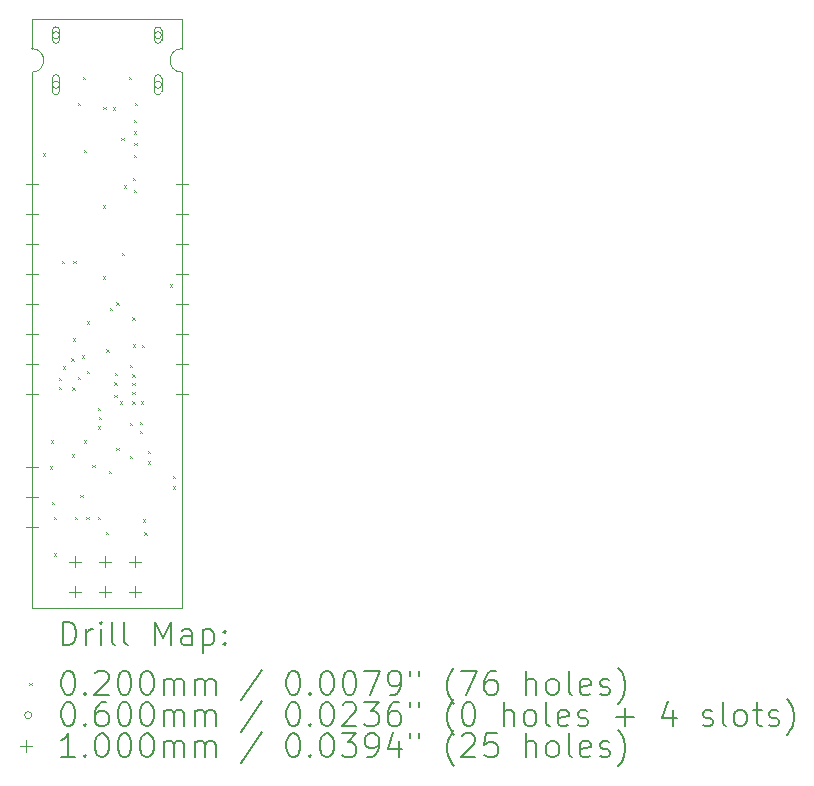
<source format=gbr>
%TF.GenerationSoftware,KiCad,Pcbnew,8.0.5-8.0.5-0~ubuntu24.04.1*%
%TF.CreationDate,2024-10-10T17:44:52+02:00*%
%TF.ProjectId,epi_ESP32_PD,6570695f-4553-4503-9332-5f50442e6b69,1_1*%
%TF.SameCoordinates,Original*%
%TF.FileFunction,Drillmap*%
%TF.FilePolarity,Positive*%
%FSLAX45Y45*%
G04 Gerber Fmt 4.5, Leading zero omitted, Abs format (unit mm)*
G04 Created by KiCad (PCBNEW 8.0.5-8.0.5-0~ubuntu24.04.1) date 2024-10-10 17:44:52*
%MOMM*%
%LPD*%
G01*
G04 APERTURE LIST*
%ADD10C,0.010000*%
%ADD11C,0.200000*%
%ADD12C,0.100000*%
G04 APERTURE END LIST*
D10*
X9789000Y-3390000D02*
X9789000Y-3643312D01*
X9789504Y-8382000D02*
X11060000Y-8382000D01*
X11059000Y-3843312D02*
G75*
G02*
X11059000Y-3643307I0J100003D01*
G01*
X9789000Y-3643312D02*
G75*
G02*
X9789000Y-3843307I0J-99998D01*
G01*
X9789000Y-3390000D02*
X11059000Y-3390000D01*
X11060000Y-8382000D02*
X11059000Y-3843312D01*
X9789000Y-3843312D02*
X9789504Y-8382000D01*
X11059000Y-3390000D02*
X11059000Y-3643312D01*
D11*
D12*
X9880000Y-4530000D02*
X9900000Y-4550000D01*
X9900000Y-4530000D02*
X9880000Y-4550000D01*
X9938584Y-7181416D02*
X9958584Y-7201416D01*
X9958584Y-7181416D02*
X9938584Y-7201416D01*
X9950000Y-6960000D02*
X9970000Y-6980000D01*
X9970000Y-6960000D02*
X9950000Y-6980000D01*
X9960000Y-7480000D02*
X9980000Y-7500000D01*
X9980000Y-7480000D02*
X9960000Y-7500000D01*
X9975754Y-7610051D02*
X9995754Y-7630051D01*
X9995754Y-7610051D02*
X9975754Y-7630051D01*
X9975754Y-7917836D02*
X9995754Y-7937836D01*
X9995754Y-7917836D02*
X9975754Y-7937836D01*
X10017989Y-6507989D02*
X10037989Y-6527989D01*
X10037989Y-6507989D02*
X10017989Y-6527989D01*
X10018228Y-6428919D02*
X10038228Y-6448919D01*
X10038228Y-6428919D02*
X10018228Y-6448919D01*
X10040000Y-5440000D02*
X10060000Y-5460000D01*
X10060000Y-5440000D02*
X10040000Y-5460000D01*
X10052777Y-6333329D02*
X10072777Y-6353329D01*
X10072777Y-6333329D02*
X10052777Y-6353329D01*
X10121685Y-6264421D02*
X10141685Y-6284421D01*
X10141685Y-6264421D02*
X10121685Y-6284421D01*
X10130000Y-7080000D02*
X10150000Y-7100000D01*
X10150000Y-7080000D02*
X10130000Y-7100000D01*
X10132289Y-6510000D02*
X10152289Y-6530000D01*
X10152289Y-6510000D02*
X10132289Y-6530000D01*
X10134972Y-6097000D02*
X10154972Y-6117000D01*
X10154972Y-6097000D02*
X10134972Y-6117000D01*
X10140000Y-5440000D02*
X10160000Y-5460000D01*
X10160000Y-5440000D02*
X10140000Y-5460000D01*
X10155000Y-7610000D02*
X10175000Y-7630000D01*
X10175000Y-7610000D02*
X10155000Y-7630000D01*
X10180000Y-4100000D02*
X10200000Y-4120000D01*
X10200000Y-4100000D02*
X10180000Y-4120000D01*
X10180000Y-6420000D02*
X10200000Y-6440000D01*
X10200000Y-6420000D02*
X10180000Y-6440000D01*
X10198000Y-7420000D02*
X10218000Y-7440000D01*
X10218000Y-7420000D02*
X10198000Y-7440000D01*
X10210000Y-6240000D02*
X10230000Y-6260000D01*
X10230000Y-6240000D02*
X10210000Y-6260000D01*
X10220000Y-3880000D02*
X10240000Y-3900000D01*
X10240000Y-3880000D02*
X10220000Y-3900000D01*
X10227500Y-4500000D02*
X10247500Y-4520000D01*
X10247500Y-4500000D02*
X10227500Y-4520000D01*
X10230000Y-6960000D02*
X10250000Y-6980000D01*
X10250000Y-6960000D02*
X10230000Y-6980000D01*
X10250000Y-7610000D02*
X10270000Y-7630000D01*
X10270000Y-7610000D02*
X10250000Y-7630000D01*
X10255094Y-6372974D02*
X10275094Y-6392974D01*
X10275094Y-6372974D02*
X10255094Y-6392974D01*
X10256713Y-5953218D02*
X10276713Y-5973218D01*
X10276713Y-5953218D02*
X10256713Y-5973218D01*
X10300000Y-7170000D02*
X10320000Y-7190000D01*
X10320000Y-7170000D02*
X10300000Y-7190000D01*
X10345000Y-7610000D02*
X10365000Y-7630000D01*
X10365000Y-7610000D02*
X10345000Y-7630000D01*
X10349804Y-6686253D02*
X10369804Y-6706253D01*
X10369804Y-6686253D02*
X10349804Y-6706253D01*
X10350000Y-6840000D02*
X10370000Y-6860000D01*
X10370000Y-6840000D02*
X10350000Y-6860000D01*
X10353717Y-6761151D02*
X10373717Y-6781151D01*
X10373717Y-6761151D02*
X10353717Y-6781151D01*
X10390000Y-5570000D02*
X10410000Y-5590000D01*
X10410000Y-5570000D02*
X10390000Y-5590000D01*
X10390092Y-4970000D02*
X10410092Y-4990000D01*
X10410092Y-4970000D02*
X10390092Y-4990000D01*
X10392977Y-4136973D02*
X10412977Y-4156973D01*
X10412977Y-4136973D02*
X10392977Y-4156973D01*
X10416277Y-7736277D02*
X10436277Y-7756277D01*
X10436277Y-7736277D02*
X10416277Y-7756277D01*
X10420000Y-6190000D02*
X10440000Y-6210000D01*
X10440000Y-6190000D02*
X10420000Y-6210000D01*
X10440000Y-7220000D02*
X10460000Y-7240000D01*
X10460000Y-7220000D02*
X10440000Y-7240000D01*
X10448176Y-5840721D02*
X10468176Y-5860721D01*
X10468176Y-5840721D02*
X10448176Y-5860721D01*
X10476479Y-4139158D02*
X10496479Y-4159158D01*
X10496479Y-4139158D02*
X10476479Y-4159158D01*
X10487466Y-6572826D02*
X10507466Y-6592826D01*
X10507466Y-6572826D02*
X10487466Y-6592826D01*
X10488038Y-6469826D02*
X10508038Y-6489826D01*
X10508038Y-6469826D02*
X10488038Y-6489826D01*
X10489084Y-6389084D02*
X10509084Y-6409084D01*
X10509084Y-6389084D02*
X10489084Y-6409084D01*
X10503303Y-7023450D02*
X10523303Y-7043450D01*
X10523303Y-7023450D02*
X10503303Y-7043450D01*
X10505092Y-5791878D02*
X10525092Y-5811878D01*
X10525092Y-5791878D02*
X10505092Y-5811878D01*
X10535260Y-6630626D02*
X10555260Y-6650626D01*
X10555260Y-6630626D02*
X10535260Y-6650626D01*
X10545092Y-4400000D02*
X10565092Y-4420000D01*
X10565092Y-4400000D02*
X10545092Y-4420000D01*
X10552500Y-5370000D02*
X10572500Y-5390000D01*
X10572500Y-5370000D02*
X10552500Y-5390000D01*
X10570000Y-4800000D02*
X10590000Y-4820000D01*
X10590000Y-4800000D02*
X10570000Y-4820000D01*
X10610000Y-3880000D02*
X10630000Y-3900000D01*
X10630000Y-3880000D02*
X10610000Y-3900000D01*
X10618298Y-6810000D02*
X10638298Y-6830000D01*
X10638298Y-6810000D02*
X10618298Y-6830000D01*
X10618988Y-6318750D02*
X10638988Y-6338750D01*
X10638988Y-6318750D02*
X10618988Y-6338750D01*
X10620000Y-7090000D02*
X10640000Y-7110000D01*
X10640000Y-7090000D02*
X10620000Y-7110000D01*
X10638260Y-6630000D02*
X10658260Y-6650000D01*
X10658260Y-6630000D02*
X10638260Y-6650000D01*
X10640000Y-5920000D02*
X10660000Y-5940000D01*
X10660000Y-5920000D02*
X10640000Y-5940000D01*
X10640000Y-6400000D02*
X10660000Y-6420000D01*
X10660000Y-6400000D02*
X10640000Y-6420000D01*
X10640000Y-6473750D02*
X10660000Y-6493750D01*
X10660000Y-6473750D02*
X10640000Y-6493750D01*
X10640000Y-6550000D02*
X10660000Y-6570000D01*
X10660000Y-6550000D02*
X10640000Y-6570000D01*
X10645290Y-6147136D02*
X10665290Y-6167136D01*
X10665290Y-6147136D02*
X10645290Y-6167136D01*
X10645468Y-4738865D02*
X10665468Y-4758865D01*
X10665468Y-4738865D02*
X10645468Y-4758865D01*
X10650000Y-4840000D02*
X10670000Y-4860000D01*
X10670000Y-4840000D02*
X10650000Y-4860000D01*
X10651895Y-4244185D02*
X10671895Y-4264185D01*
X10671895Y-4244185D02*
X10651895Y-4264185D01*
X10653050Y-4342942D02*
X10673050Y-4362942D01*
X10673050Y-4342942D02*
X10653050Y-4362942D01*
X10654158Y-4541832D02*
X10674158Y-4561832D01*
X10674158Y-4541832D02*
X10654158Y-4561832D01*
X10655479Y-4440606D02*
X10675479Y-4460606D01*
X10675479Y-4440606D02*
X10655479Y-4460606D01*
X10660000Y-4100000D02*
X10680000Y-4120000D01*
X10680000Y-4100000D02*
X10660000Y-4120000D01*
X10700711Y-6805634D02*
X10720711Y-6825634D01*
X10720711Y-6805634D02*
X10700711Y-6825634D01*
X10701725Y-6880690D02*
X10721725Y-6900690D01*
X10721725Y-6880690D02*
X10701725Y-6900690D01*
X10713260Y-6630000D02*
X10733260Y-6650000D01*
X10733260Y-6630000D02*
X10713260Y-6650000D01*
X10720235Y-6150030D02*
X10740235Y-6170030D01*
X10740235Y-6150030D02*
X10720235Y-6170030D01*
X10730000Y-7630000D02*
X10750000Y-7650000D01*
X10750000Y-7630000D02*
X10730000Y-7650000D01*
X10740000Y-7737500D02*
X10760000Y-7757500D01*
X10760000Y-7737500D02*
X10740000Y-7757500D01*
X10770000Y-7048750D02*
X10790000Y-7068750D01*
X10790000Y-7048750D02*
X10770000Y-7068750D01*
X10770000Y-7138750D02*
X10790000Y-7158750D01*
X10790000Y-7138750D02*
X10770000Y-7158750D01*
X10958584Y-5638584D02*
X10978584Y-5658584D01*
X10978584Y-5638584D02*
X10958584Y-5658584D01*
X10980000Y-7260000D02*
X11000000Y-7280000D01*
X11000000Y-7260000D02*
X10980000Y-7280000D01*
X10980000Y-7350000D02*
X11000000Y-7370000D01*
X11000000Y-7350000D02*
X10980000Y-7370000D01*
X10023000Y-3529000D02*
G75*
G02*
X9963000Y-3529000I-30000J0D01*
G01*
X9963000Y-3529000D02*
G75*
G02*
X10023000Y-3529000I30000J0D01*
G01*
X10023000Y-3569000D02*
X10023000Y-3489000D01*
X9963000Y-3489000D02*
G75*
G02*
X10023000Y-3489000I30000J0D01*
G01*
X9963000Y-3489000D02*
X9963000Y-3569000D01*
X9963000Y-3569000D02*
G75*
G03*
X10023000Y-3569000I30000J0D01*
G01*
X10023000Y-3949000D02*
G75*
G02*
X9963000Y-3949000I-30000J0D01*
G01*
X9963000Y-3949000D02*
G75*
G02*
X10023000Y-3949000I30000J0D01*
G01*
X10023000Y-4004000D02*
X10023000Y-3894000D01*
X9963000Y-3894000D02*
G75*
G02*
X10023000Y-3894000I30000J0D01*
G01*
X9963000Y-3894000D02*
X9963000Y-4004000D01*
X9963000Y-4004000D02*
G75*
G03*
X10023000Y-4004000I30000J0D01*
G01*
X10887000Y-3529000D02*
G75*
G02*
X10827000Y-3529000I-30000J0D01*
G01*
X10827000Y-3529000D02*
G75*
G02*
X10887000Y-3529000I30000J0D01*
G01*
X10887000Y-3569000D02*
X10887000Y-3489000D01*
X10827000Y-3489000D02*
G75*
G02*
X10887000Y-3489000I30000J0D01*
G01*
X10827000Y-3489000D02*
X10827000Y-3569000D01*
X10827000Y-3569000D02*
G75*
G03*
X10887000Y-3569000I30000J0D01*
G01*
X10887000Y-3949000D02*
G75*
G02*
X10827000Y-3949000I-30000J0D01*
G01*
X10827000Y-3949000D02*
G75*
G02*
X10887000Y-3949000I30000J0D01*
G01*
X10887000Y-4004000D02*
X10887000Y-3894000D01*
X10827000Y-3894000D02*
G75*
G02*
X10887000Y-3894000I30000J0D01*
G01*
X10827000Y-3894000D02*
X10827000Y-4004000D01*
X10827000Y-4004000D02*
G75*
G03*
X10887000Y-4004000I30000J0D01*
G01*
X9790000Y-4741000D02*
X9790000Y-4841000D01*
X9740000Y-4791000D02*
X9840000Y-4791000D01*
X9790000Y-4995000D02*
X9790000Y-5095000D01*
X9740000Y-5045000D02*
X9840000Y-5045000D01*
X9790000Y-5249000D02*
X9790000Y-5349000D01*
X9740000Y-5299000D02*
X9840000Y-5299000D01*
X9790000Y-5503000D02*
X9790000Y-5603000D01*
X9740000Y-5553000D02*
X9840000Y-5553000D01*
X9790000Y-5757000D02*
X9790000Y-5857000D01*
X9740000Y-5807000D02*
X9840000Y-5807000D01*
X9790000Y-6011000D02*
X9790000Y-6111000D01*
X9740000Y-6061000D02*
X9840000Y-6061000D01*
X9790000Y-6265000D02*
X9790000Y-6365000D01*
X9740000Y-6315000D02*
X9840000Y-6315000D01*
X9790000Y-6519000D02*
X9790000Y-6619000D01*
X9740000Y-6569000D02*
X9840000Y-6569000D01*
X9790000Y-7136000D02*
X9790000Y-7236000D01*
X9740000Y-7186000D02*
X9840000Y-7186000D01*
X9790000Y-7390000D02*
X9790000Y-7490000D01*
X9740000Y-7440000D02*
X9840000Y-7440000D01*
X9790000Y-7644000D02*
X9790000Y-7744000D01*
X9740000Y-7694000D02*
X9840000Y-7694000D01*
X10156000Y-7936000D02*
X10156000Y-8036000D01*
X10106000Y-7986000D02*
X10206000Y-7986000D01*
X10156000Y-8190000D02*
X10156000Y-8290000D01*
X10106000Y-8240000D02*
X10206000Y-8240000D01*
X10410000Y-7936000D02*
X10410000Y-8036000D01*
X10360000Y-7986000D02*
X10460000Y-7986000D01*
X10410000Y-8190000D02*
X10410000Y-8290000D01*
X10360000Y-8240000D02*
X10460000Y-8240000D01*
X10664000Y-7936000D02*
X10664000Y-8036000D01*
X10614000Y-7986000D02*
X10714000Y-7986000D01*
X10664000Y-8190000D02*
X10664000Y-8290000D01*
X10614000Y-8240000D02*
X10714000Y-8240000D01*
X11060000Y-4741000D02*
X11060000Y-4841000D01*
X11010000Y-4791000D02*
X11110000Y-4791000D01*
X11060000Y-4995000D02*
X11060000Y-5095000D01*
X11010000Y-5045000D02*
X11110000Y-5045000D01*
X11060000Y-5249000D02*
X11060000Y-5349000D01*
X11010000Y-5299000D02*
X11110000Y-5299000D01*
X11060000Y-5503000D02*
X11060000Y-5603000D01*
X11010000Y-5553000D02*
X11110000Y-5553000D01*
X11060000Y-5757000D02*
X11060000Y-5857000D01*
X11010000Y-5807000D02*
X11110000Y-5807000D01*
X11060000Y-6011000D02*
X11060000Y-6111000D01*
X11010000Y-6061000D02*
X11110000Y-6061000D01*
X11060000Y-6265000D02*
X11060000Y-6365000D01*
X11010000Y-6315000D02*
X11110000Y-6315000D01*
X11060000Y-6519000D02*
X11060000Y-6619000D01*
X11010000Y-6569000D02*
X11110000Y-6569000D01*
D11*
X10049277Y-8693984D02*
X10049277Y-8493984D01*
X10049277Y-8493984D02*
X10096896Y-8493984D01*
X10096896Y-8493984D02*
X10125467Y-8503508D01*
X10125467Y-8503508D02*
X10144515Y-8522555D01*
X10144515Y-8522555D02*
X10154039Y-8541603D01*
X10154039Y-8541603D02*
X10163563Y-8579698D01*
X10163563Y-8579698D02*
X10163563Y-8608270D01*
X10163563Y-8608270D02*
X10154039Y-8646365D01*
X10154039Y-8646365D02*
X10144515Y-8665412D01*
X10144515Y-8665412D02*
X10125467Y-8684460D01*
X10125467Y-8684460D02*
X10096896Y-8693984D01*
X10096896Y-8693984D02*
X10049277Y-8693984D01*
X10249277Y-8693984D02*
X10249277Y-8560650D01*
X10249277Y-8598746D02*
X10258801Y-8579698D01*
X10258801Y-8579698D02*
X10268324Y-8570174D01*
X10268324Y-8570174D02*
X10287372Y-8560650D01*
X10287372Y-8560650D02*
X10306420Y-8560650D01*
X10373086Y-8693984D02*
X10373086Y-8560650D01*
X10373086Y-8493984D02*
X10363563Y-8503508D01*
X10363563Y-8503508D02*
X10373086Y-8513031D01*
X10373086Y-8513031D02*
X10382610Y-8503508D01*
X10382610Y-8503508D02*
X10373086Y-8493984D01*
X10373086Y-8493984D02*
X10373086Y-8513031D01*
X10496896Y-8693984D02*
X10477848Y-8684460D01*
X10477848Y-8684460D02*
X10468324Y-8665412D01*
X10468324Y-8665412D02*
X10468324Y-8493984D01*
X10601658Y-8693984D02*
X10582610Y-8684460D01*
X10582610Y-8684460D02*
X10573086Y-8665412D01*
X10573086Y-8665412D02*
X10573086Y-8493984D01*
X10830229Y-8693984D02*
X10830229Y-8493984D01*
X10830229Y-8493984D02*
X10896896Y-8636841D01*
X10896896Y-8636841D02*
X10963563Y-8493984D01*
X10963563Y-8493984D02*
X10963563Y-8693984D01*
X11144515Y-8693984D02*
X11144515Y-8589222D01*
X11144515Y-8589222D02*
X11134991Y-8570174D01*
X11134991Y-8570174D02*
X11115944Y-8560650D01*
X11115944Y-8560650D02*
X11077848Y-8560650D01*
X11077848Y-8560650D02*
X11058801Y-8570174D01*
X11144515Y-8684460D02*
X11125467Y-8693984D01*
X11125467Y-8693984D02*
X11077848Y-8693984D01*
X11077848Y-8693984D02*
X11058801Y-8684460D01*
X11058801Y-8684460D02*
X11049277Y-8665412D01*
X11049277Y-8665412D02*
X11049277Y-8646365D01*
X11049277Y-8646365D02*
X11058801Y-8627317D01*
X11058801Y-8627317D02*
X11077848Y-8617793D01*
X11077848Y-8617793D02*
X11125467Y-8617793D01*
X11125467Y-8617793D02*
X11144515Y-8608270D01*
X11239753Y-8560650D02*
X11239753Y-8760650D01*
X11239753Y-8570174D02*
X11258801Y-8560650D01*
X11258801Y-8560650D02*
X11296896Y-8560650D01*
X11296896Y-8560650D02*
X11315943Y-8570174D01*
X11315943Y-8570174D02*
X11325467Y-8579698D01*
X11325467Y-8579698D02*
X11334991Y-8598746D01*
X11334991Y-8598746D02*
X11334991Y-8655889D01*
X11334991Y-8655889D02*
X11325467Y-8674936D01*
X11325467Y-8674936D02*
X11315943Y-8684460D01*
X11315943Y-8684460D02*
X11296896Y-8693984D01*
X11296896Y-8693984D02*
X11258801Y-8693984D01*
X11258801Y-8693984D02*
X11239753Y-8684460D01*
X11420705Y-8674936D02*
X11430229Y-8684460D01*
X11430229Y-8684460D02*
X11420705Y-8693984D01*
X11420705Y-8693984D02*
X11411182Y-8684460D01*
X11411182Y-8684460D02*
X11420705Y-8674936D01*
X11420705Y-8674936D02*
X11420705Y-8693984D01*
X11420705Y-8570174D02*
X11430229Y-8579698D01*
X11430229Y-8579698D02*
X11420705Y-8589222D01*
X11420705Y-8589222D02*
X11411182Y-8579698D01*
X11411182Y-8579698D02*
X11420705Y-8570174D01*
X11420705Y-8570174D02*
X11420705Y-8589222D01*
D12*
X9768500Y-9012500D02*
X9788500Y-9032500D01*
X9788500Y-9012500D02*
X9768500Y-9032500D01*
D11*
X10087372Y-8913984D02*
X10106420Y-8913984D01*
X10106420Y-8913984D02*
X10125467Y-8923508D01*
X10125467Y-8923508D02*
X10134991Y-8933031D01*
X10134991Y-8933031D02*
X10144515Y-8952079D01*
X10144515Y-8952079D02*
X10154039Y-8990174D01*
X10154039Y-8990174D02*
X10154039Y-9037793D01*
X10154039Y-9037793D02*
X10144515Y-9075889D01*
X10144515Y-9075889D02*
X10134991Y-9094936D01*
X10134991Y-9094936D02*
X10125467Y-9104460D01*
X10125467Y-9104460D02*
X10106420Y-9113984D01*
X10106420Y-9113984D02*
X10087372Y-9113984D01*
X10087372Y-9113984D02*
X10068324Y-9104460D01*
X10068324Y-9104460D02*
X10058801Y-9094936D01*
X10058801Y-9094936D02*
X10049277Y-9075889D01*
X10049277Y-9075889D02*
X10039753Y-9037793D01*
X10039753Y-9037793D02*
X10039753Y-8990174D01*
X10039753Y-8990174D02*
X10049277Y-8952079D01*
X10049277Y-8952079D02*
X10058801Y-8933031D01*
X10058801Y-8933031D02*
X10068324Y-8923508D01*
X10068324Y-8923508D02*
X10087372Y-8913984D01*
X10239753Y-9094936D02*
X10249277Y-9104460D01*
X10249277Y-9104460D02*
X10239753Y-9113984D01*
X10239753Y-9113984D02*
X10230229Y-9104460D01*
X10230229Y-9104460D02*
X10239753Y-9094936D01*
X10239753Y-9094936D02*
X10239753Y-9113984D01*
X10325467Y-8933031D02*
X10334991Y-8923508D01*
X10334991Y-8923508D02*
X10354039Y-8913984D01*
X10354039Y-8913984D02*
X10401658Y-8913984D01*
X10401658Y-8913984D02*
X10420705Y-8923508D01*
X10420705Y-8923508D02*
X10430229Y-8933031D01*
X10430229Y-8933031D02*
X10439753Y-8952079D01*
X10439753Y-8952079D02*
X10439753Y-8971127D01*
X10439753Y-8971127D02*
X10430229Y-8999698D01*
X10430229Y-8999698D02*
X10315944Y-9113984D01*
X10315944Y-9113984D02*
X10439753Y-9113984D01*
X10563563Y-8913984D02*
X10582610Y-8913984D01*
X10582610Y-8913984D02*
X10601658Y-8923508D01*
X10601658Y-8923508D02*
X10611182Y-8933031D01*
X10611182Y-8933031D02*
X10620705Y-8952079D01*
X10620705Y-8952079D02*
X10630229Y-8990174D01*
X10630229Y-8990174D02*
X10630229Y-9037793D01*
X10630229Y-9037793D02*
X10620705Y-9075889D01*
X10620705Y-9075889D02*
X10611182Y-9094936D01*
X10611182Y-9094936D02*
X10601658Y-9104460D01*
X10601658Y-9104460D02*
X10582610Y-9113984D01*
X10582610Y-9113984D02*
X10563563Y-9113984D01*
X10563563Y-9113984D02*
X10544515Y-9104460D01*
X10544515Y-9104460D02*
X10534991Y-9094936D01*
X10534991Y-9094936D02*
X10525467Y-9075889D01*
X10525467Y-9075889D02*
X10515944Y-9037793D01*
X10515944Y-9037793D02*
X10515944Y-8990174D01*
X10515944Y-8990174D02*
X10525467Y-8952079D01*
X10525467Y-8952079D02*
X10534991Y-8933031D01*
X10534991Y-8933031D02*
X10544515Y-8923508D01*
X10544515Y-8923508D02*
X10563563Y-8913984D01*
X10754039Y-8913984D02*
X10773086Y-8913984D01*
X10773086Y-8913984D02*
X10792134Y-8923508D01*
X10792134Y-8923508D02*
X10801658Y-8933031D01*
X10801658Y-8933031D02*
X10811182Y-8952079D01*
X10811182Y-8952079D02*
X10820705Y-8990174D01*
X10820705Y-8990174D02*
X10820705Y-9037793D01*
X10820705Y-9037793D02*
X10811182Y-9075889D01*
X10811182Y-9075889D02*
X10801658Y-9094936D01*
X10801658Y-9094936D02*
X10792134Y-9104460D01*
X10792134Y-9104460D02*
X10773086Y-9113984D01*
X10773086Y-9113984D02*
X10754039Y-9113984D01*
X10754039Y-9113984D02*
X10734991Y-9104460D01*
X10734991Y-9104460D02*
X10725467Y-9094936D01*
X10725467Y-9094936D02*
X10715944Y-9075889D01*
X10715944Y-9075889D02*
X10706420Y-9037793D01*
X10706420Y-9037793D02*
X10706420Y-8990174D01*
X10706420Y-8990174D02*
X10715944Y-8952079D01*
X10715944Y-8952079D02*
X10725467Y-8933031D01*
X10725467Y-8933031D02*
X10734991Y-8923508D01*
X10734991Y-8923508D02*
X10754039Y-8913984D01*
X10906420Y-9113984D02*
X10906420Y-8980650D01*
X10906420Y-8999698D02*
X10915944Y-8990174D01*
X10915944Y-8990174D02*
X10934991Y-8980650D01*
X10934991Y-8980650D02*
X10963563Y-8980650D01*
X10963563Y-8980650D02*
X10982610Y-8990174D01*
X10982610Y-8990174D02*
X10992134Y-9009222D01*
X10992134Y-9009222D02*
X10992134Y-9113984D01*
X10992134Y-9009222D02*
X11001658Y-8990174D01*
X11001658Y-8990174D02*
X11020705Y-8980650D01*
X11020705Y-8980650D02*
X11049277Y-8980650D01*
X11049277Y-8980650D02*
X11068325Y-8990174D01*
X11068325Y-8990174D02*
X11077848Y-9009222D01*
X11077848Y-9009222D02*
X11077848Y-9113984D01*
X11173086Y-9113984D02*
X11173086Y-8980650D01*
X11173086Y-8999698D02*
X11182610Y-8990174D01*
X11182610Y-8990174D02*
X11201658Y-8980650D01*
X11201658Y-8980650D02*
X11230229Y-8980650D01*
X11230229Y-8980650D02*
X11249277Y-8990174D01*
X11249277Y-8990174D02*
X11258801Y-9009222D01*
X11258801Y-9009222D02*
X11258801Y-9113984D01*
X11258801Y-9009222D02*
X11268324Y-8990174D01*
X11268324Y-8990174D02*
X11287372Y-8980650D01*
X11287372Y-8980650D02*
X11315943Y-8980650D01*
X11315943Y-8980650D02*
X11334991Y-8990174D01*
X11334991Y-8990174D02*
X11344515Y-9009222D01*
X11344515Y-9009222D02*
X11344515Y-9113984D01*
X11734991Y-8904460D02*
X11563563Y-9161603D01*
X11992134Y-8913984D02*
X12011182Y-8913984D01*
X12011182Y-8913984D02*
X12030229Y-8923508D01*
X12030229Y-8923508D02*
X12039753Y-8933031D01*
X12039753Y-8933031D02*
X12049277Y-8952079D01*
X12049277Y-8952079D02*
X12058801Y-8990174D01*
X12058801Y-8990174D02*
X12058801Y-9037793D01*
X12058801Y-9037793D02*
X12049277Y-9075889D01*
X12049277Y-9075889D02*
X12039753Y-9094936D01*
X12039753Y-9094936D02*
X12030229Y-9104460D01*
X12030229Y-9104460D02*
X12011182Y-9113984D01*
X12011182Y-9113984D02*
X11992134Y-9113984D01*
X11992134Y-9113984D02*
X11973086Y-9104460D01*
X11973086Y-9104460D02*
X11963563Y-9094936D01*
X11963563Y-9094936D02*
X11954039Y-9075889D01*
X11954039Y-9075889D02*
X11944515Y-9037793D01*
X11944515Y-9037793D02*
X11944515Y-8990174D01*
X11944515Y-8990174D02*
X11954039Y-8952079D01*
X11954039Y-8952079D02*
X11963563Y-8933031D01*
X11963563Y-8933031D02*
X11973086Y-8923508D01*
X11973086Y-8923508D02*
X11992134Y-8913984D01*
X12144515Y-9094936D02*
X12154039Y-9104460D01*
X12154039Y-9104460D02*
X12144515Y-9113984D01*
X12144515Y-9113984D02*
X12134991Y-9104460D01*
X12134991Y-9104460D02*
X12144515Y-9094936D01*
X12144515Y-9094936D02*
X12144515Y-9113984D01*
X12277848Y-8913984D02*
X12296896Y-8913984D01*
X12296896Y-8913984D02*
X12315944Y-8923508D01*
X12315944Y-8923508D02*
X12325467Y-8933031D01*
X12325467Y-8933031D02*
X12334991Y-8952079D01*
X12334991Y-8952079D02*
X12344515Y-8990174D01*
X12344515Y-8990174D02*
X12344515Y-9037793D01*
X12344515Y-9037793D02*
X12334991Y-9075889D01*
X12334991Y-9075889D02*
X12325467Y-9094936D01*
X12325467Y-9094936D02*
X12315944Y-9104460D01*
X12315944Y-9104460D02*
X12296896Y-9113984D01*
X12296896Y-9113984D02*
X12277848Y-9113984D01*
X12277848Y-9113984D02*
X12258801Y-9104460D01*
X12258801Y-9104460D02*
X12249277Y-9094936D01*
X12249277Y-9094936D02*
X12239753Y-9075889D01*
X12239753Y-9075889D02*
X12230229Y-9037793D01*
X12230229Y-9037793D02*
X12230229Y-8990174D01*
X12230229Y-8990174D02*
X12239753Y-8952079D01*
X12239753Y-8952079D02*
X12249277Y-8933031D01*
X12249277Y-8933031D02*
X12258801Y-8923508D01*
X12258801Y-8923508D02*
X12277848Y-8913984D01*
X12468325Y-8913984D02*
X12487372Y-8913984D01*
X12487372Y-8913984D02*
X12506420Y-8923508D01*
X12506420Y-8923508D02*
X12515944Y-8933031D01*
X12515944Y-8933031D02*
X12525467Y-8952079D01*
X12525467Y-8952079D02*
X12534991Y-8990174D01*
X12534991Y-8990174D02*
X12534991Y-9037793D01*
X12534991Y-9037793D02*
X12525467Y-9075889D01*
X12525467Y-9075889D02*
X12515944Y-9094936D01*
X12515944Y-9094936D02*
X12506420Y-9104460D01*
X12506420Y-9104460D02*
X12487372Y-9113984D01*
X12487372Y-9113984D02*
X12468325Y-9113984D01*
X12468325Y-9113984D02*
X12449277Y-9104460D01*
X12449277Y-9104460D02*
X12439753Y-9094936D01*
X12439753Y-9094936D02*
X12430229Y-9075889D01*
X12430229Y-9075889D02*
X12420706Y-9037793D01*
X12420706Y-9037793D02*
X12420706Y-8990174D01*
X12420706Y-8990174D02*
X12430229Y-8952079D01*
X12430229Y-8952079D02*
X12439753Y-8933031D01*
X12439753Y-8933031D02*
X12449277Y-8923508D01*
X12449277Y-8923508D02*
X12468325Y-8913984D01*
X12601658Y-8913984D02*
X12734991Y-8913984D01*
X12734991Y-8913984D02*
X12649277Y-9113984D01*
X12820706Y-9113984D02*
X12858801Y-9113984D01*
X12858801Y-9113984D02*
X12877848Y-9104460D01*
X12877848Y-9104460D02*
X12887372Y-9094936D01*
X12887372Y-9094936D02*
X12906420Y-9066365D01*
X12906420Y-9066365D02*
X12915944Y-9028270D01*
X12915944Y-9028270D02*
X12915944Y-8952079D01*
X12915944Y-8952079D02*
X12906420Y-8933031D01*
X12906420Y-8933031D02*
X12896896Y-8923508D01*
X12896896Y-8923508D02*
X12877848Y-8913984D01*
X12877848Y-8913984D02*
X12839753Y-8913984D01*
X12839753Y-8913984D02*
X12820706Y-8923508D01*
X12820706Y-8923508D02*
X12811182Y-8933031D01*
X12811182Y-8933031D02*
X12801658Y-8952079D01*
X12801658Y-8952079D02*
X12801658Y-8999698D01*
X12801658Y-8999698D02*
X12811182Y-9018746D01*
X12811182Y-9018746D02*
X12820706Y-9028270D01*
X12820706Y-9028270D02*
X12839753Y-9037793D01*
X12839753Y-9037793D02*
X12877848Y-9037793D01*
X12877848Y-9037793D02*
X12896896Y-9028270D01*
X12896896Y-9028270D02*
X12906420Y-9018746D01*
X12906420Y-9018746D02*
X12915944Y-8999698D01*
X12992134Y-8913984D02*
X12992134Y-8952079D01*
X13068325Y-8913984D02*
X13068325Y-8952079D01*
X13363563Y-9190174D02*
X13354039Y-9180650D01*
X13354039Y-9180650D02*
X13334991Y-9152079D01*
X13334991Y-9152079D02*
X13325468Y-9133031D01*
X13325468Y-9133031D02*
X13315944Y-9104460D01*
X13315944Y-9104460D02*
X13306420Y-9056841D01*
X13306420Y-9056841D02*
X13306420Y-9018746D01*
X13306420Y-9018746D02*
X13315944Y-8971127D01*
X13315944Y-8971127D02*
X13325468Y-8942555D01*
X13325468Y-8942555D02*
X13334991Y-8923508D01*
X13334991Y-8923508D02*
X13354039Y-8894936D01*
X13354039Y-8894936D02*
X13363563Y-8885412D01*
X13420706Y-8913984D02*
X13554039Y-8913984D01*
X13554039Y-8913984D02*
X13468325Y-9113984D01*
X13715944Y-8913984D02*
X13677848Y-8913984D01*
X13677848Y-8913984D02*
X13658801Y-8923508D01*
X13658801Y-8923508D02*
X13649277Y-8933031D01*
X13649277Y-8933031D02*
X13630229Y-8961603D01*
X13630229Y-8961603D02*
X13620706Y-8999698D01*
X13620706Y-8999698D02*
X13620706Y-9075889D01*
X13620706Y-9075889D02*
X13630229Y-9094936D01*
X13630229Y-9094936D02*
X13639753Y-9104460D01*
X13639753Y-9104460D02*
X13658801Y-9113984D01*
X13658801Y-9113984D02*
X13696896Y-9113984D01*
X13696896Y-9113984D02*
X13715944Y-9104460D01*
X13715944Y-9104460D02*
X13725468Y-9094936D01*
X13725468Y-9094936D02*
X13734991Y-9075889D01*
X13734991Y-9075889D02*
X13734991Y-9028270D01*
X13734991Y-9028270D02*
X13725468Y-9009222D01*
X13725468Y-9009222D02*
X13715944Y-8999698D01*
X13715944Y-8999698D02*
X13696896Y-8990174D01*
X13696896Y-8990174D02*
X13658801Y-8990174D01*
X13658801Y-8990174D02*
X13639753Y-8999698D01*
X13639753Y-8999698D02*
X13630229Y-9009222D01*
X13630229Y-9009222D02*
X13620706Y-9028270D01*
X13973087Y-9113984D02*
X13973087Y-8913984D01*
X14058801Y-9113984D02*
X14058801Y-9009222D01*
X14058801Y-9009222D02*
X14049277Y-8990174D01*
X14049277Y-8990174D02*
X14030230Y-8980650D01*
X14030230Y-8980650D02*
X14001658Y-8980650D01*
X14001658Y-8980650D02*
X13982610Y-8990174D01*
X13982610Y-8990174D02*
X13973087Y-8999698D01*
X14182610Y-9113984D02*
X14163563Y-9104460D01*
X14163563Y-9104460D02*
X14154039Y-9094936D01*
X14154039Y-9094936D02*
X14144515Y-9075889D01*
X14144515Y-9075889D02*
X14144515Y-9018746D01*
X14144515Y-9018746D02*
X14154039Y-8999698D01*
X14154039Y-8999698D02*
X14163563Y-8990174D01*
X14163563Y-8990174D02*
X14182610Y-8980650D01*
X14182610Y-8980650D02*
X14211182Y-8980650D01*
X14211182Y-8980650D02*
X14230230Y-8990174D01*
X14230230Y-8990174D02*
X14239753Y-8999698D01*
X14239753Y-8999698D02*
X14249277Y-9018746D01*
X14249277Y-9018746D02*
X14249277Y-9075889D01*
X14249277Y-9075889D02*
X14239753Y-9094936D01*
X14239753Y-9094936D02*
X14230230Y-9104460D01*
X14230230Y-9104460D02*
X14211182Y-9113984D01*
X14211182Y-9113984D02*
X14182610Y-9113984D01*
X14363563Y-9113984D02*
X14344515Y-9104460D01*
X14344515Y-9104460D02*
X14334991Y-9085412D01*
X14334991Y-9085412D02*
X14334991Y-8913984D01*
X14515944Y-9104460D02*
X14496896Y-9113984D01*
X14496896Y-9113984D02*
X14458801Y-9113984D01*
X14458801Y-9113984D02*
X14439753Y-9104460D01*
X14439753Y-9104460D02*
X14430230Y-9085412D01*
X14430230Y-9085412D02*
X14430230Y-9009222D01*
X14430230Y-9009222D02*
X14439753Y-8990174D01*
X14439753Y-8990174D02*
X14458801Y-8980650D01*
X14458801Y-8980650D02*
X14496896Y-8980650D01*
X14496896Y-8980650D02*
X14515944Y-8990174D01*
X14515944Y-8990174D02*
X14525468Y-9009222D01*
X14525468Y-9009222D02*
X14525468Y-9028270D01*
X14525468Y-9028270D02*
X14430230Y-9047317D01*
X14601658Y-9104460D02*
X14620706Y-9113984D01*
X14620706Y-9113984D02*
X14658801Y-9113984D01*
X14658801Y-9113984D02*
X14677849Y-9104460D01*
X14677849Y-9104460D02*
X14687372Y-9085412D01*
X14687372Y-9085412D02*
X14687372Y-9075889D01*
X14687372Y-9075889D02*
X14677849Y-9056841D01*
X14677849Y-9056841D02*
X14658801Y-9047317D01*
X14658801Y-9047317D02*
X14630230Y-9047317D01*
X14630230Y-9047317D02*
X14611182Y-9037793D01*
X14611182Y-9037793D02*
X14601658Y-9018746D01*
X14601658Y-9018746D02*
X14601658Y-9009222D01*
X14601658Y-9009222D02*
X14611182Y-8990174D01*
X14611182Y-8990174D02*
X14630230Y-8980650D01*
X14630230Y-8980650D02*
X14658801Y-8980650D01*
X14658801Y-8980650D02*
X14677849Y-8990174D01*
X14754039Y-9190174D02*
X14763563Y-9180650D01*
X14763563Y-9180650D02*
X14782611Y-9152079D01*
X14782611Y-9152079D02*
X14792134Y-9133031D01*
X14792134Y-9133031D02*
X14801658Y-9104460D01*
X14801658Y-9104460D02*
X14811182Y-9056841D01*
X14811182Y-9056841D02*
X14811182Y-9018746D01*
X14811182Y-9018746D02*
X14801658Y-8971127D01*
X14801658Y-8971127D02*
X14792134Y-8942555D01*
X14792134Y-8942555D02*
X14782611Y-8923508D01*
X14782611Y-8923508D02*
X14763563Y-8894936D01*
X14763563Y-8894936D02*
X14754039Y-8885412D01*
D12*
X9788500Y-9286500D02*
G75*
G02*
X9728500Y-9286500I-30000J0D01*
G01*
X9728500Y-9286500D02*
G75*
G02*
X9788500Y-9286500I30000J0D01*
G01*
D11*
X10087372Y-9177984D02*
X10106420Y-9177984D01*
X10106420Y-9177984D02*
X10125467Y-9187508D01*
X10125467Y-9187508D02*
X10134991Y-9197031D01*
X10134991Y-9197031D02*
X10144515Y-9216079D01*
X10144515Y-9216079D02*
X10154039Y-9254174D01*
X10154039Y-9254174D02*
X10154039Y-9301793D01*
X10154039Y-9301793D02*
X10144515Y-9339889D01*
X10144515Y-9339889D02*
X10134991Y-9358936D01*
X10134991Y-9358936D02*
X10125467Y-9368460D01*
X10125467Y-9368460D02*
X10106420Y-9377984D01*
X10106420Y-9377984D02*
X10087372Y-9377984D01*
X10087372Y-9377984D02*
X10068324Y-9368460D01*
X10068324Y-9368460D02*
X10058801Y-9358936D01*
X10058801Y-9358936D02*
X10049277Y-9339889D01*
X10049277Y-9339889D02*
X10039753Y-9301793D01*
X10039753Y-9301793D02*
X10039753Y-9254174D01*
X10039753Y-9254174D02*
X10049277Y-9216079D01*
X10049277Y-9216079D02*
X10058801Y-9197031D01*
X10058801Y-9197031D02*
X10068324Y-9187508D01*
X10068324Y-9187508D02*
X10087372Y-9177984D01*
X10239753Y-9358936D02*
X10249277Y-9368460D01*
X10249277Y-9368460D02*
X10239753Y-9377984D01*
X10239753Y-9377984D02*
X10230229Y-9368460D01*
X10230229Y-9368460D02*
X10239753Y-9358936D01*
X10239753Y-9358936D02*
X10239753Y-9377984D01*
X10420705Y-9177984D02*
X10382610Y-9177984D01*
X10382610Y-9177984D02*
X10363563Y-9187508D01*
X10363563Y-9187508D02*
X10354039Y-9197031D01*
X10354039Y-9197031D02*
X10334991Y-9225603D01*
X10334991Y-9225603D02*
X10325467Y-9263698D01*
X10325467Y-9263698D02*
X10325467Y-9339889D01*
X10325467Y-9339889D02*
X10334991Y-9358936D01*
X10334991Y-9358936D02*
X10344515Y-9368460D01*
X10344515Y-9368460D02*
X10363563Y-9377984D01*
X10363563Y-9377984D02*
X10401658Y-9377984D01*
X10401658Y-9377984D02*
X10420705Y-9368460D01*
X10420705Y-9368460D02*
X10430229Y-9358936D01*
X10430229Y-9358936D02*
X10439753Y-9339889D01*
X10439753Y-9339889D02*
X10439753Y-9292270D01*
X10439753Y-9292270D02*
X10430229Y-9273222D01*
X10430229Y-9273222D02*
X10420705Y-9263698D01*
X10420705Y-9263698D02*
X10401658Y-9254174D01*
X10401658Y-9254174D02*
X10363563Y-9254174D01*
X10363563Y-9254174D02*
X10344515Y-9263698D01*
X10344515Y-9263698D02*
X10334991Y-9273222D01*
X10334991Y-9273222D02*
X10325467Y-9292270D01*
X10563563Y-9177984D02*
X10582610Y-9177984D01*
X10582610Y-9177984D02*
X10601658Y-9187508D01*
X10601658Y-9187508D02*
X10611182Y-9197031D01*
X10611182Y-9197031D02*
X10620705Y-9216079D01*
X10620705Y-9216079D02*
X10630229Y-9254174D01*
X10630229Y-9254174D02*
X10630229Y-9301793D01*
X10630229Y-9301793D02*
X10620705Y-9339889D01*
X10620705Y-9339889D02*
X10611182Y-9358936D01*
X10611182Y-9358936D02*
X10601658Y-9368460D01*
X10601658Y-9368460D02*
X10582610Y-9377984D01*
X10582610Y-9377984D02*
X10563563Y-9377984D01*
X10563563Y-9377984D02*
X10544515Y-9368460D01*
X10544515Y-9368460D02*
X10534991Y-9358936D01*
X10534991Y-9358936D02*
X10525467Y-9339889D01*
X10525467Y-9339889D02*
X10515944Y-9301793D01*
X10515944Y-9301793D02*
X10515944Y-9254174D01*
X10515944Y-9254174D02*
X10525467Y-9216079D01*
X10525467Y-9216079D02*
X10534991Y-9197031D01*
X10534991Y-9197031D02*
X10544515Y-9187508D01*
X10544515Y-9187508D02*
X10563563Y-9177984D01*
X10754039Y-9177984D02*
X10773086Y-9177984D01*
X10773086Y-9177984D02*
X10792134Y-9187508D01*
X10792134Y-9187508D02*
X10801658Y-9197031D01*
X10801658Y-9197031D02*
X10811182Y-9216079D01*
X10811182Y-9216079D02*
X10820705Y-9254174D01*
X10820705Y-9254174D02*
X10820705Y-9301793D01*
X10820705Y-9301793D02*
X10811182Y-9339889D01*
X10811182Y-9339889D02*
X10801658Y-9358936D01*
X10801658Y-9358936D02*
X10792134Y-9368460D01*
X10792134Y-9368460D02*
X10773086Y-9377984D01*
X10773086Y-9377984D02*
X10754039Y-9377984D01*
X10754039Y-9377984D02*
X10734991Y-9368460D01*
X10734991Y-9368460D02*
X10725467Y-9358936D01*
X10725467Y-9358936D02*
X10715944Y-9339889D01*
X10715944Y-9339889D02*
X10706420Y-9301793D01*
X10706420Y-9301793D02*
X10706420Y-9254174D01*
X10706420Y-9254174D02*
X10715944Y-9216079D01*
X10715944Y-9216079D02*
X10725467Y-9197031D01*
X10725467Y-9197031D02*
X10734991Y-9187508D01*
X10734991Y-9187508D02*
X10754039Y-9177984D01*
X10906420Y-9377984D02*
X10906420Y-9244650D01*
X10906420Y-9263698D02*
X10915944Y-9254174D01*
X10915944Y-9254174D02*
X10934991Y-9244650D01*
X10934991Y-9244650D02*
X10963563Y-9244650D01*
X10963563Y-9244650D02*
X10982610Y-9254174D01*
X10982610Y-9254174D02*
X10992134Y-9273222D01*
X10992134Y-9273222D02*
X10992134Y-9377984D01*
X10992134Y-9273222D02*
X11001658Y-9254174D01*
X11001658Y-9254174D02*
X11020705Y-9244650D01*
X11020705Y-9244650D02*
X11049277Y-9244650D01*
X11049277Y-9244650D02*
X11068325Y-9254174D01*
X11068325Y-9254174D02*
X11077848Y-9273222D01*
X11077848Y-9273222D02*
X11077848Y-9377984D01*
X11173086Y-9377984D02*
X11173086Y-9244650D01*
X11173086Y-9263698D02*
X11182610Y-9254174D01*
X11182610Y-9254174D02*
X11201658Y-9244650D01*
X11201658Y-9244650D02*
X11230229Y-9244650D01*
X11230229Y-9244650D02*
X11249277Y-9254174D01*
X11249277Y-9254174D02*
X11258801Y-9273222D01*
X11258801Y-9273222D02*
X11258801Y-9377984D01*
X11258801Y-9273222D02*
X11268324Y-9254174D01*
X11268324Y-9254174D02*
X11287372Y-9244650D01*
X11287372Y-9244650D02*
X11315943Y-9244650D01*
X11315943Y-9244650D02*
X11334991Y-9254174D01*
X11334991Y-9254174D02*
X11344515Y-9273222D01*
X11344515Y-9273222D02*
X11344515Y-9377984D01*
X11734991Y-9168460D02*
X11563563Y-9425603D01*
X11992134Y-9177984D02*
X12011182Y-9177984D01*
X12011182Y-9177984D02*
X12030229Y-9187508D01*
X12030229Y-9187508D02*
X12039753Y-9197031D01*
X12039753Y-9197031D02*
X12049277Y-9216079D01*
X12049277Y-9216079D02*
X12058801Y-9254174D01*
X12058801Y-9254174D02*
X12058801Y-9301793D01*
X12058801Y-9301793D02*
X12049277Y-9339889D01*
X12049277Y-9339889D02*
X12039753Y-9358936D01*
X12039753Y-9358936D02*
X12030229Y-9368460D01*
X12030229Y-9368460D02*
X12011182Y-9377984D01*
X12011182Y-9377984D02*
X11992134Y-9377984D01*
X11992134Y-9377984D02*
X11973086Y-9368460D01*
X11973086Y-9368460D02*
X11963563Y-9358936D01*
X11963563Y-9358936D02*
X11954039Y-9339889D01*
X11954039Y-9339889D02*
X11944515Y-9301793D01*
X11944515Y-9301793D02*
X11944515Y-9254174D01*
X11944515Y-9254174D02*
X11954039Y-9216079D01*
X11954039Y-9216079D02*
X11963563Y-9197031D01*
X11963563Y-9197031D02*
X11973086Y-9187508D01*
X11973086Y-9187508D02*
X11992134Y-9177984D01*
X12144515Y-9358936D02*
X12154039Y-9368460D01*
X12154039Y-9368460D02*
X12144515Y-9377984D01*
X12144515Y-9377984D02*
X12134991Y-9368460D01*
X12134991Y-9368460D02*
X12144515Y-9358936D01*
X12144515Y-9358936D02*
X12144515Y-9377984D01*
X12277848Y-9177984D02*
X12296896Y-9177984D01*
X12296896Y-9177984D02*
X12315944Y-9187508D01*
X12315944Y-9187508D02*
X12325467Y-9197031D01*
X12325467Y-9197031D02*
X12334991Y-9216079D01*
X12334991Y-9216079D02*
X12344515Y-9254174D01*
X12344515Y-9254174D02*
X12344515Y-9301793D01*
X12344515Y-9301793D02*
X12334991Y-9339889D01*
X12334991Y-9339889D02*
X12325467Y-9358936D01*
X12325467Y-9358936D02*
X12315944Y-9368460D01*
X12315944Y-9368460D02*
X12296896Y-9377984D01*
X12296896Y-9377984D02*
X12277848Y-9377984D01*
X12277848Y-9377984D02*
X12258801Y-9368460D01*
X12258801Y-9368460D02*
X12249277Y-9358936D01*
X12249277Y-9358936D02*
X12239753Y-9339889D01*
X12239753Y-9339889D02*
X12230229Y-9301793D01*
X12230229Y-9301793D02*
X12230229Y-9254174D01*
X12230229Y-9254174D02*
X12239753Y-9216079D01*
X12239753Y-9216079D02*
X12249277Y-9197031D01*
X12249277Y-9197031D02*
X12258801Y-9187508D01*
X12258801Y-9187508D02*
X12277848Y-9177984D01*
X12420706Y-9197031D02*
X12430229Y-9187508D01*
X12430229Y-9187508D02*
X12449277Y-9177984D01*
X12449277Y-9177984D02*
X12496896Y-9177984D01*
X12496896Y-9177984D02*
X12515944Y-9187508D01*
X12515944Y-9187508D02*
X12525467Y-9197031D01*
X12525467Y-9197031D02*
X12534991Y-9216079D01*
X12534991Y-9216079D02*
X12534991Y-9235127D01*
X12534991Y-9235127D02*
X12525467Y-9263698D01*
X12525467Y-9263698D02*
X12411182Y-9377984D01*
X12411182Y-9377984D02*
X12534991Y-9377984D01*
X12601658Y-9177984D02*
X12725467Y-9177984D01*
X12725467Y-9177984D02*
X12658801Y-9254174D01*
X12658801Y-9254174D02*
X12687372Y-9254174D01*
X12687372Y-9254174D02*
X12706420Y-9263698D01*
X12706420Y-9263698D02*
X12715944Y-9273222D01*
X12715944Y-9273222D02*
X12725467Y-9292270D01*
X12725467Y-9292270D02*
X12725467Y-9339889D01*
X12725467Y-9339889D02*
X12715944Y-9358936D01*
X12715944Y-9358936D02*
X12706420Y-9368460D01*
X12706420Y-9368460D02*
X12687372Y-9377984D01*
X12687372Y-9377984D02*
X12630229Y-9377984D01*
X12630229Y-9377984D02*
X12611182Y-9368460D01*
X12611182Y-9368460D02*
X12601658Y-9358936D01*
X12896896Y-9177984D02*
X12858801Y-9177984D01*
X12858801Y-9177984D02*
X12839753Y-9187508D01*
X12839753Y-9187508D02*
X12830229Y-9197031D01*
X12830229Y-9197031D02*
X12811182Y-9225603D01*
X12811182Y-9225603D02*
X12801658Y-9263698D01*
X12801658Y-9263698D02*
X12801658Y-9339889D01*
X12801658Y-9339889D02*
X12811182Y-9358936D01*
X12811182Y-9358936D02*
X12820706Y-9368460D01*
X12820706Y-9368460D02*
X12839753Y-9377984D01*
X12839753Y-9377984D02*
X12877848Y-9377984D01*
X12877848Y-9377984D02*
X12896896Y-9368460D01*
X12896896Y-9368460D02*
X12906420Y-9358936D01*
X12906420Y-9358936D02*
X12915944Y-9339889D01*
X12915944Y-9339889D02*
X12915944Y-9292270D01*
X12915944Y-9292270D02*
X12906420Y-9273222D01*
X12906420Y-9273222D02*
X12896896Y-9263698D01*
X12896896Y-9263698D02*
X12877848Y-9254174D01*
X12877848Y-9254174D02*
X12839753Y-9254174D01*
X12839753Y-9254174D02*
X12820706Y-9263698D01*
X12820706Y-9263698D02*
X12811182Y-9273222D01*
X12811182Y-9273222D02*
X12801658Y-9292270D01*
X12992134Y-9177984D02*
X12992134Y-9216079D01*
X13068325Y-9177984D02*
X13068325Y-9216079D01*
X13363563Y-9454174D02*
X13354039Y-9444650D01*
X13354039Y-9444650D02*
X13334991Y-9416079D01*
X13334991Y-9416079D02*
X13325468Y-9397031D01*
X13325468Y-9397031D02*
X13315944Y-9368460D01*
X13315944Y-9368460D02*
X13306420Y-9320841D01*
X13306420Y-9320841D02*
X13306420Y-9282746D01*
X13306420Y-9282746D02*
X13315944Y-9235127D01*
X13315944Y-9235127D02*
X13325468Y-9206555D01*
X13325468Y-9206555D02*
X13334991Y-9187508D01*
X13334991Y-9187508D02*
X13354039Y-9158936D01*
X13354039Y-9158936D02*
X13363563Y-9149412D01*
X13477848Y-9177984D02*
X13496896Y-9177984D01*
X13496896Y-9177984D02*
X13515944Y-9187508D01*
X13515944Y-9187508D02*
X13525468Y-9197031D01*
X13525468Y-9197031D02*
X13534991Y-9216079D01*
X13534991Y-9216079D02*
X13544515Y-9254174D01*
X13544515Y-9254174D02*
X13544515Y-9301793D01*
X13544515Y-9301793D02*
X13534991Y-9339889D01*
X13534991Y-9339889D02*
X13525468Y-9358936D01*
X13525468Y-9358936D02*
X13515944Y-9368460D01*
X13515944Y-9368460D02*
X13496896Y-9377984D01*
X13496896Y-9377984D02*
X13477848Y-9377984D01*
X13477848Y-9377984D02*
X13458801Y-9368460D01*
X13458801Y-9368460D02*
X13449277Y-9358936D01*
X13449277Y-9358936D02*
X13439753Y-9339889D01*
X13439753Y-9339889D02*
X13430229Y-9301793D01*
X13430229Y-9301793D02*
X13430229Y-9254174D01*
X13430229Y-9254174D02*
X13439753Y-9216079D01*
X13439753Y-9216079D02*
X13449277Y-9197031D01*
X13449277Y-9197031D02*
X13458801Y-9187508D01*
X13458801Y-9187508D02*
X13477848Y-9177984D01*
X13782610Y-9377984D02*
X13782610Y-9177984D01*
X13868325Y-9377984D02*
X13868325Y-9273222D01*
X13868325Y-9273222D02*
X13858801Y-9254174D01*
X13858801Y-9254174D02*
X13839753Y-9244650D01*
X13839753Y-9244650D02*
X13811182Y-9244650D01*
X13811182Y-9244650D02*
X13792134Y-9254174D01*
X13792134Y-9254174D02*
X13782610Y-9263698D01*
X13992134Y-9377984D02*
X13973087Y-9368460D01*
X13973087Y-9368460D02*
X13963563Y-9358936D01*
X13963563Y-9358936D02*
X13954039Y-9339889D01*
X13954039Y-9339889D02*
X13954039Y-9282746D01*
X13954039Y-9282746D02*
X13963563Y-9263698D01*
X13963563Y-9263698D02*
X13973087Y-9254174D01*
X13973087Y-9254174D02*
X13992134Y-9244650D01*
X13992134Y-9244650D02*
X14020706Y-9244650D01*
X14020706Y-9244650D02*
X14039753Y-9254174D01*
X14039753Y-9254174D02*
X14049277Y-9263698D01*
X14049277Y-9263698D02*
X14058801Y-9282746D01*
X14058801Y-9282746D02*
X14058801Y-9339889D01*
X14058801Y-9339889D02*
X14049277Y-9358936D01*
X14049277Y-9358936D02*
X14039753Y-9368460D01*
X14039753Y-9368460D02*
X14020706Y-9377984D01*
X14020706Y-9377984D02*
X13992134Y-9377984D01*
X14173087Y-9377984D02*
X14154039Y-9368460D01*
X14154039Y-9368460D02*
X14144515Y-9349412D01*
X14144515Y-9349412D02*
X14144515Y-9177984D01*
X14325468Y-9368460D02*
X14306420Y-9377984D01*
X14306420Y-9377984D02*
X14268325Y-9377984D01*
X14268325Y-9377984D02*
X14249277Y-9368460D01*
X14249277Y-9368460D02*
X14239753Y-9349412D01*
X14239753Y-9349412D02*
X14239753Y-9273222D01*
X14239753Y-9273222D02*
X14249277Y-9254174D01*
X14249277Y-9254174D02*
X14268325Y-9244650D01*
X14268325Y-9244650D02*
X14306420Y-9244650D01*
X14306420Y-9244650D02*
X14325468Y-9254174D01*
X14325468Y-9254174D02*
X14334991Y-9273222D01*
X14334991Y-9273222D02*
X14334991Y-9292270D01*
X14334991Y-9292270D02*
X14239753Y-9311317D01*
X14411182Y-9368460D02*
X14430230Y-9377984D01*
X14430230Y-9377984D02*
X14468325Y-9377984D01*
X14468325Y-9377984D02*
X14487372Y-9368460D01*
X14487372Y-9368460D02*
X14496896Y-9349412D01*
X14496896Y-9349412D02*
X14496896Y-9339889D01*
X14496896Y-9339889D02*
X14487372Y-9320841D01*
X14487372Y-9320841D02*
X14468325Y-9311317D01*
X14468325Y-9311317D02*
X14439753Y-9311317D01*
X14439753Y-9311317D02*
X14420706Y-9301793D01*
X14420706Y-9301793D02*
X14411182Y-9282746D01*
X14411182Y-9282746D02*
X14411182Y-9273222D01*
X14411182Y-9273222D02*
X14420706Y-9254174D01*
X14420706Y-9254174D02*
X14439753Y-9244650D01*
X14439753Y-9244650D02*
X14468325Y-9244650D01*
X14468325Y-9244650D02*
X14487372Y-9254174D01*
X14734992Y-9301793D02*
X14887373Y-9301793D01*
X14811182Y-9377984D02*
X14811182Y-9225603D01*
X15220706Y-9244650D02*
X15220706Y-9377984D01*
X15173087Y-9168460D02*
X15125468Y-9311317D01*
X15125468Y-9311317D02*
X15249277Y-9311317D01*
X15468325Y-9368460D02*
X15487373Y-9377984D01*
X15487373Y-9377984D02*
X15525468Y-9377984D01*
X15525468Y-9377984D02*
X15544515Y-9368460D01*
X15544515Y-9368460D02*
X15554039Y-9349412D01*
X15554039Y-9349412D02*
X15554039Y-9339889D01*
X15554039Y-9339889D02*
X15544515Y-9320841D01*
X15544515Y-9320841D02*
X15525468Y-9311317D01*
X15525468Y-9311317D02*
X15496896Y-9311317D01*
X15496896Y-9311317D02*
X15477849Y-9301793D01*
X15477849Y-9301793D02*
X15468325Y-9282746D01*
X15468325Y-9282746D02*
X15468325Y-9273222D01*
X15468325Y-9273222D02*
X15477849Y-9254174D01*
X15477849Y-9254174D02*
X15496896Y-9244650D01*
X15496896Y-9244650D02*
X15525468Y-9244650D01*
X15525468Y-9244650D02*
X15544515Y-9254174D01*
X15668325Y-9377984D02*
X15649277Y-9368460D01*
X15649277Y-9368460D02*
X15639754Y-9349412D01*
X15639754Y-9349412D02*
X15639754Y-9177984D01*
X15773087Y-9377984D02*
X15754039Y-9368460D01*
X15754039Y-9368460D02*
X15744515Y-9358936D01*
X15744515Y-9358936D02*
X15734992Y-9339889D01*
X15734992Y-9339889D02*
X15734992Y-9282746D01*
X15734992Y-9282746D02*
X15744515Y-9263698D01*
X15744515Y-9263698D02*
X15754039Y-9254174D01*
X15754039Y-9254174D02*
X15773087Y-9244650D01*
X15773087Y-9244650D02*
X15801658Y-9244650D01*
X15801658Y-9244650D02*
X15820706Y-9254174D01*
X15820706Y-9254174D02*
X15830230Y-9263698D01*
X15830230Y-9263698D02*
X15839754Y-9282746D01*
X15839754Y-9282746D02*
X15839754Y-9339889D01*
X15839754Y-9339889D02*
X15830230Y-9358936D01*
X15830230Y-9358936D02*
X15820706Y-9368460D01*
X15820706Y-9368460D02*
X15801658Y-9377984D01*
X15801658Y-9377984D02*
X15773087Y-9377984D01*
X15896896Y-9244650D02*
X15973087Y-9244650D01*
X15925468Y-9177984D02*
X15925468Y-9349412D01*
X15925468Y-9349412D02*
X15934992Y-9368460D01*
X15934992Y-9368460D02*
X15954039Y-9377984D01*
X15954039Y-9377984D02*
X15973087Y-9377984D01*
X16030230Y-9368460D02*
X16049277Y-9377984D01*
X16049277Y-9377984D02*
X16087373Y-9377984D01*
X16087373Y-9377984D02*
X16106420Y-9368460D01*
X16106420Y-9368460D02*
X16115944Y-9349412D01*
X16115944Y-9349412D02*
X16115944Y-9339889D01*
X16115944Y-9339889D02*
X16106420Y-9320841D01*
X16106420Y-9320841D02*
X16087373Y-9311317D01*
X16087373Y-9311317D02*
X16058801Y-9311317D01*
X16058801Y-9311317D02*
X16039754Y-9301793D01*
X16039754Y-9301793D02*
X16030230Y-9282746D01*
X16030230Y-9282746D02*
X16030230Y-9273222D01*
X16030230Y-9273222D02*
X16039754Y-9254174D01*
X16039754Y-9254174D02*
X16058801Y-9244650D01*
X16058801Y-9244650D02*
X16087373Y-9244650D01*
X16087373Y-9244650D02*
X16106420Y-9254174D01*
X16182611Y-9454174D02*
X16192135Y-9444650D01*
X16192135Y-9444650D02*
X16211182Y-9416079D01*
X16211182Y-9416079D02*
X16220706Y-9397031D01*
X16220706Y-9397031D02*
X16230230Y-9368460D01*
X16230230Y-9368460D02*
X16239754Y-9320841D01*
X16239754Y-9320841D02*
X16239754Y-9282746D01*
X16239754Y-9282746D02*
X16230230Y-9235127D01*
X16230230Y-9235127D02*
X16220706Y-9206555D01*
X16220706Y-9206555D02*
X16211182Y-9187508D01*
X16211182Y-9187508D02*
X16192135Y-9158936D01*
X16192135Y-9158936D02*
X16182611Y-9149412D01*
D12*
X9738500Y-9500500D02*
X9738500Y-9600500D01*
X9688500Y-9550500D02*
X9788500Y-9550500D01*
D11*
X10154039Y-9641984D02*
X10039753Y-9641984D01*
X10096896Y-9641984D02*
X10096896Y-9441984D01*
X10096896Y-9441984D02*
X10077848Y-9470555D01*
X10077848Y-9470555D02*
X10058801Y-9489603D01*
X10058801Y-9489603D02*
X10039753Y-9499127D01*
X10239753Y-9622936D02*
X10249277Y-9632460D01*
X10249277Y-9632460D02*
X10239753Y-9641984D01*
X10239753Y-9641984D02*
X10230229Y-9632460D01*
X10230229Y-9632460D02*
X10239753Y-9622936D01*
X10239753Y-9622936D02*
X10239753Y-9641984D01*
X10373086Y-9441984D02*
X10392134Y-9441984D01*
X10392134Y-9441984D02*
X10411182Y-9451508D01*
X10411182Y-9451508D02*
X10420705Y-9461031D01*
X10420705Y-9461031D02*
X10430229Y-9480079D01*
X10430229Y-9480079D02*
X10439753Y-9518174D01*
X10439753Y-9518174D02*
X10439753Y-9565793D01*
X10439753Y-9565793D02*
X10430229Y-9603889D01*
X10430229Y-9603889D02*
X10420705Y-9622936D01*
X10420705Y-9622936D02*
X10411182Y-9632460D01*
X10411182Y-9632460D02*
X10392134Y-9641984D01*
X10392134Y-9641984D02*
X10373086Y-9641984D01*
X10373086Y-9641984D02*
X10354039Y-9632460D01*
X10354039Y-9632460D02*
X10344515Y-9622936D01*
X10344515Y-9622936D02*
X10334991Y-9603889D01*
X10334991Y-9603889D02*
X10325467Y-9565793D01*
X10325467Y-9565793D02*
X10325467Y-9518174D01*
X10325467Y-9518174D02*
X10334991Y-9480079D01*
X10334991Y-9480079D02*
X10344515Y-9461031D01*
X10344515Y-9461031D02*
X10354039Y-9451508D01*
X10354039Y-9451508D02*
X10373086Y-9441984D01*
X10563563Y-9441984D02*
X10582610Y-9441984D01*
X10582610Y-9441984D02*
X10601658Y-9451508D01*
X10601658Y-9451508D02*
X10611182Y-9461031D01*
X10611182Y-9461031D02*
X10620705Y-9480079D01*
X10620705Y-9480079D02*
X10630229Y-9518174D01*
X10630229Y-9518174D02*
X10630229Y-9565793D01*
X10630229Y-9565793D02*
X10620705Y-9603889D01*
X10620705Y-9603889D02*
X10611182Y-9622936D01*
X10611182Y-9622936D02*
X10601658Y-9632460D01*
X10601658Y-9632460D02*
X10582610Y-9641984D01*
X10582610Y-9641984D02*
X10563563Y-9641984D01*
X10563563Y-9641984D02*
X10544515Y-9632460D01*
X10544515Y-9632460D02*
X10534991Y-9622936D01*
X10534991Y-9622936D02*
X10525467Y-9603889D01*
X10525467Y-9603889D02*
X10515944Y-9565793D01*
X10515944Y-9565793D02*
X10515944Y-9518174D01*
X10515944Y-9518174D02*
X10525467Y-9480079D01*
X10525467Y-9480079D02*
X10534991Y-9461031D01*
X10534991Y-9461031D02*
X10544515Y-9451508D01*
X10544515Y-9451508D02*
X10563563Y-9441984D01*
X10754039Y-9441984D02*
X10773086Y-9441984D01*
X10773086Y-9441984D02*
X10792134Y-9451508D01*
X10792134Y-9451508D02*
X10801658Y-9461031D01*
X10801658Y-9461031D02*
X10811182Y-9480079D01*
X10811182Y-9480079D02*
X10820705Y-9518174D01*
X10820705Y-9518174D02*
X10820705Y-9565793D01*
X10820705Y-9565793D02*
X10811182Y-9603889D01*
X10811182Y-9603889D02*
X10801658Y-9622936D01*
X10801658Y-9622936D02*
X10792134Y-9632460D01*
X10792134Y-9632460D02*
X10773086Y-9641984D01*
X10773086Y-9641984D02*
X10754039Y-9641984D01*
X10754039Y-9641984D02*
X10734991Y-9632460D01*
X10734991Y-9632460D02*
X10725467Y-9622936D01*
X10725467Y-9622936D02*
X10715944Y-9603889D01*
X10715944Y-9603889D02*
X10706420Y-9565793D01*
X10706420Y-9565793D02*
X10706420Y-9518174D01*
X10706420Y-9518174D02*
X10715944Y-9480079D01*
X10715944Y-9480079D02*
X10725467Y-9461031D01*
X10725467Y-9461031D02*
X10734991Y-9451508D01*
X10734991Y-9451508D02*
X10754039Y-9441984D01*
X10906420Y-9641984D02*
X10906420Y-9508650D01*
X10906420Y-9527698D02*
X10915944Y-9518174D01*
X10915944Y-9518174D02*
X10934991Y-9508650D01*
X10934991Y-9508650D02*
X10963563Y-9508650D01*
X10963563Y-9508650D02*
X10982610Y-9518174D01*
X10982610Y-9518174D02*
X10992134Y-9537222D01*
X10992134Y-9537222D02*
X10992134Y-9641984D01*
X10992134Y-9537222D02*
X11001658Y-9518174D01*
X11001658Y-9518174D02*
X11020705Y-9508650D01*
X11020705Y-9508650D02*
X11049277Y-9508650D01*
X11049277Y-9508650D02*
X11068325Y-9518174D01*
X11068325Y-9518174D02*
X11077848Y-9537222D01*
X11077848Y-9537222D02*
X11077848Y-9641984D01*
X11173086Y-9641984D02*
X11173086Y-9508650D01*
X11173086Y-9527698D02*
X11182610Y-9518174D01*
X11182610Y-9518174D02*
X11201658Y-9508650D01*
X11201658Y-9508650D02*
X11230229Y-9508650D01*
X11230229Y-9508650D02*
X11249277Y-9518174D01*
X11249277Y-9518174D02*
X11258801Y-9537222D01*
X11258801Y-9537222D02*
X11258801Y-9641984D01*
X11258801Y-9537222D02*
X11268324Y-9518174D01*
X11268324Y-9518174D02*
X11287372Y-9508650D01*
X11287372Y-9508650D02*
X11315943Y-9508650D01*
X11315943Y-9508650D02*
X11334991Y-9518174D01*
X11334991Y-9518174D02*
X11344515Y-9537222D01*
X11344515Y-9537222D02*
X11344515Y-9641984D01*
X11734991Y-9432460D02*
X11563563Y-9689603D01*
X11992134Y-9441984D02*
X12011182Y-9441984D01*
X12011182Y-9441984D02*
X12030229Y-9451508D01*
X12030229Y-9451508D02*
X12039753Y-9461031D01*
X12039753Y-9461031D02*
X12049277Y-9480079D01*
X12049277Y-9480079D02*
X12058801Y-9518174D01*
X12058801Y-9518174D02*
X12058801Y-9565793D01*
X12058801Y-9565793D02*
X12049277Y-9603889D01*
X12049277Y-9603889D02*
X12039753Y-9622936D01*
X12039753Y-9622936D02*
X12030229Y-9632460D01*
X12030229Y-9632460D02*
X12011182Y-9641984D01*
X12011182Y-9641984D02*
X11992134Y-9641984D01*
X11992134Y-9641984D02*
X11973086Y-9632460D01*
X11973086Y-9632460D02*
X11963563Y-9622936D01*
X11963563Y-9622936D02*
X11954039Y-9603889D01*
X11954039Y-9603889D02*
X11944515Y-9565793D01*
X11944515Y-9565793D02*
X11944515Y-9518174D01*
X11944515Y-9518174D02*
X11954039Y-9480079D01*
X11954039Y-9480079D02*
X11963563Y-9461031D01*
X11963563Y-9461031D02*
X11973086Y-9451508D01*
X11973086Y-9451508D02*
X11992134Y-9441984D01*
X12144515Y-9622936D02*
X12154039Y-9632460D01*
X12154039Y-9632460D02*
X12144515Y-9641984D01*
X12144515Y-9641984D02*
X12134991Y-9632460D01*
X12134991Y-9632460D02*
X12144515Y-9622936D01*
X12144515Y-9622936D02*
X12144515Y-9641984D01*
X12277848Y-9441984D02*
X12296896Y-9441984D01*
X12296896Y-9441984D02*
X12315944Y-9451508D01*
X12315944Y-9451508D02*
X12325467Y-9461031D01*
X12325467Y-9461031D02*
X12334991Y-9480079D01*
X12334991Y-9480079D02*
X12344515Y-9518174D01*
X12344515Y-9518174D02*
X12344515Y-9565793D01*
X12344515Y-9565793D02*
X12334991Y-9603889D01*
X12334991Y-9603889D02*
X12325467Y-9622936D01*
X12325467Y-9622936D02*
X12315944Y-9632460D01*
X12315944Y-9632460D02*
X12296896Y-9641984D01*
X12296896Y-9641984D02*
X12277848Y-9641984D01*
X12277848Y-9641984D02*
X12258801Y-9632460D01*
X12258801Y-9632460D02*
X12249277Y-9622936D01*
X12249277Y-9622936D02*
X12239753Y-9603889D01*
X12239753Y-9603889D02*
X12230229Y-9565793D01*
X12230229Y-9565793D02*
X12230229Y-9518174D01*
X12230229Y-9518174D02*
X12239753Y-9480079D01*
X12239753Y-9480079D02*
X12249277Y-9461031D01*
X12249277Y-9461031D02*
X12258801Y-9451508D01*
X12258801Y-9451508D02*
X12277848Y-9441984D01*
X12411182Y-9441984D02*
X12534991Y-9441984D01*
X12534991Y-9441984D02*
X12468325Y-9518174D01*
X12468325Y-9518174D02*
X12496896Y-9518174D01*
X12496896Y-9518174D02*
X12515944Y-9527698D01*
X12515944Y-9527698D02*
X12525467Y-9537222D01*
X12525467Y-9537222D02*
X12534991Y-9556270D01*
X12534991Y-9556270D02*
X12534991Y-9603889D01*
X12534991Y-9603889D02*
X12525467Y-9622936D01*
X12525467Y-9622936D02*
X12515944Y-9632460D01*
X12515944Y-9632460D02*
X12496896Y-9641984D01*
X12496896Y-9641984D02*
X12439753Y-9641984D01*
X12439753Y-9641984D02*
X12420706Y-9632460D01*
X12420706Y-9632460D02*
X12411182Y-9622936D01*
X12630229Y-9641984D02*
X12668325Y-9641984D01*
X12668325Y-9641984D02*
X12687372Y-9632460D01*
X12687372Y-9632460D02*
X12696896Y-9622936D01*
X12696896Y-9622936D02*
X12715944Y-9594365D01*
X12715944Y-9594365D02*
X12725467Y-9556270D01*
X12725467Y-9556270D02*
X12725467Y-9480079D01*
X12725467Y-9480079D02*
X12715944Y-9461031D01*
X12715944Y-9461031D02*
X12706420Y-9451508D01*
X12706420Y-9451508D02*
X12687372Y-9441984D01*
X12687372Y-9441984D02*
X12649277Y-9441984D01*
X12649277Y-9441984D02*
X12630229Y-9451508D01*
X12630229Y-9451508D02*
X12620706Y-9461031D01*
X12620706Y-9461031D02*
X12611182Y-9480079D01*
X12611182Y-9480079D02*
X12611182Y-9527698D01*
X12611182Y-9527698D02*
X12620706Y-9546746D01*
X12620706Y-9546746D02*
X12630229Y-9556270D01*
X12630229Y-9556270D02*
X12649277Y-9565793D01*
X12649277Y-9565793D02*
X12687372Y-9565793D01*
X12687372Y-9565793D02*
X12706420Y-9556270D01*
X12706420Y-9556270D02*
X12715944Y-9546746D01*
X12715944Y-9546746D02*
X12725467Y-9527698D01*
X12896896Y-9508650D02*
X12896896Y-9641984D01*
X12849277Y-9432460D02*
X12801658Y-9575317D01*
X12801658Y-9575317D02*
X12925467Y-9575317D01*
X12992134Y-9441984D02*
X12992134Y-9480079D01*
X13068325Y-9441984D02*
X13068325Y-9480079D01*
X13363563Y-9718174D02*
X13354039Y-9708650D01*
X13354039Y-9708650D02*
X13334991Y-9680079D01*
X13334991Y-9680079D02*
X13325468Y-9661031D01*
X13325468Y-9661031D02*
X13315944Y-9632460D01*
X13315944Y-9632460D02*
X13306420Y-9584841D01*
X13306420Y-9584841D02*
X13306420Y-9546746D01*
X13306420Y-9546746D02*
X13315944Y-9499127D01*
X13315944Y-9499127D02*
X13325468Y-9470555D01*
X13325468Y-9470555D02*
X13334991Y-9451508D01*
X13334991Y-9451508D02*
X13354039Y-9422936D01*
X13354039Y-9422936D02*
X13363563Y-9413412D01*
X13430229Y-9461031D02*
X13439753Y-9451508D01*
X13439753Y-9451508D02*
X13458801Y-9441984D01*
X13458801Y-9441984D02*
X13506420Y-9441984D01*
X13506420Y-9441984D02*
X13525468Y-9451508D01*
X13525468Y-9451508D02*
X13534991Y-9461031D01*
X13534991Y-9461031D02*
X13544515Y-9480079D01*
X13544515Y-9480079D02*
X13544515Y-9499127D01*
X13544515Y-9499127D02*
X13534991Y-9527698D01*
X13534991Y-9527698D02*
X13420706Y-9641984D01*
X13420706Y-9641984D02*
X13544515Y-9641984D01*
X13725468Y-9441984D02*
X13630229Y-9441984D01*
X13630229Y-9441984D02*
X13620706Y-9537222D01*
X13620706Y-9537222D02*
X13630229Y-9527698D01*
X13630229Y-9527698D02*
X13649277Y-9518174D01*
X13649277Y-9518174D02*
X13696896Y-9518174D01*
X13696896Y-9518174D02*
X13715944Y-9527698D01*
X13715944Y-9527698D02*
X13725468Y-9537222D01*
X13725468Y-9537222D02*
X13734991Y-9556270D01*
X13734991Y-9556270D02*
X13734991Y-9603889D01*
X13734991Y-9603889D02*
X13725468Y-9622936D01*
X13725468Y-9622936D02*
X13715944Y-9632460D01*
X13715944Y-9632460D02*
X13696896Y-9641984D01*
X13696896Y-9641984D02*
X13649277Y-9641984D01*
X13649277Y-9641984D02*
X13630229Y-9632460D01*
X13630229Y-9632460D02*
X13620706Y-9622936D01*
X13973087Y-9641984D02*
X13973087Y-9441984D01*
X14058801Y-9641984D02*
X14058801Y-9537222D01*
X14058801Y-9537222D02*
X14049277Y-9518174D01*
X14049277Y-9518174D02*
X14030230Y-9508650D01*
X14030230Y-9508650D02*
X14001658Y-9508650D01*
X14001658Y-9508650D02*
X13982610Y-9518174D01*
X13982610Y-9518174D02*
X13973087Y-9527698D01*
X14182610Y-9641984D02*
X14163563Y-9632460D01*
X14163563Y-9632460D02*
X14154039Y-9622936D01*
X14154039Y-9622936D02*
X14144515Y-9603889D01*
X14144515Y-9603889D02*
X14144515Y-9546746D01*
X14144515Y-9546746D02*
X14154039Y-9527698D01*
X14154039Y-9527698D02*
X14163563Y-9518174D01*
X14163563Y-9518174D02*
X14182610Y-9508650D01*
X14182610Y-9508650D02*
X14211182Y-9508650D01*
X14211182Y-9508650D02*
X14230230Y-9518174D01*
X14230230Y-9518174D02*
X14239753Y-9527698D01*
X14239753Y-9527698D02*
X14249277Y-9546746D01*
X14249277Y-9546746D02*
X14249277Y-9603889D01*
X14249277Y-9603889D02*
X14239753Y-9622936D01*
X14239753Y-9622936D02*
X14230230Y-9632460D01*
X14230230Y-9632460D02*
X14211182Y-9641984D01*
X14211182Y-9641984D02*
X14182610Y-9641984D01*
X14363563Y-9641984D02*
X14344515Y-9632460D01*
X14344515Y-9632460D02*
X14334991Y-9613412D01*
X14334991Y-9613412D02*
X14334991Y-9441984D01*
X14515944Y-9632460D02*
X14496896Y-9641984D01*
X14496896Y-9641984D02*
X14458801Y-9641984D01*
X14458801Y-9641984D02*
X14439753Y-9632460D01*
X14439753Y-9632460D02*
X14430230Y-9613412D01*
X14430230Y-9613412D02*
X14430230Y-9537222D01*
X14430230Y-9537222D02*
X14439753Y-9518174D01*
X14439753Y-9518174D02*
X14458801Y-9508650D01*
X14458801Y-9508650D02*
X14496896Y-9508650D01*
X14496896Y-9508650D02*
X14515944Y-9518174D01*
X14515944Y-9518174D02*
X14525468Y-9537222D01*
X14525468Y-9537222D02*
X14525468Y-9556270D01*
X14525468Y-9556270D02*
X14430230Y-9575317D01*
X14601658Y-9632460D02*
X14620706Y-9641984D01*
X14620706Y-9641984D02*
X14658801Y-9641984D01*
X14658801Y-9641984D02*
X14677849Y-9632460D01*
X14677849Y-9632460D02*
X14687372Y-9613412D01*
X14687372Y-9613412D02*
X14687372Y-9603889D01*
X14687372Y-9603889D02*
X14677849Y-9584841D01*
X14677849Y-9584841D02*
X14658801Y-9575317D01*
X14658801Y-9575317D02*
X14630230Y-9575317D01*
X14630230Y-9575317D02*
X14611182Y-9565793D01*
X14611182Y-9565793D02*
X14601658Y-9546746D01*
X14601658Y-9546746D02*
X14601658Y-9537222D01*
X14601658Y-9537222D02*
X14611182Y-9518174D01*
X14611182Y-9518174D02*
X14630230Y-9508650D01*
X14630230Y-9508650D02*
X14658801Y-9508650D01*
X14658801Y-9508650D02*
X14677849Y-9518174D01*
X14754039Y-9718174D02*
X14763563Y-9708650D01*
X14763563Y-9708650D02*
X14782611Y-9680079D01*
X14782611Y-9680079D02*
X14792134Y-9661031D01*
X14792134Y-9661031D02*
X14801658Y-9632460D01*
X14801658Y-9632460D02*
X14811182Y-9584841D01*
X14811182Y-9584841D02*
X14811182Y-9546746D01*
X14811182Y-9546746D02*
X14801658Y-9499127D01*
X14801658Y-9499127D02*
X14792134Y-9470555D01*
X14792134Y-9470555D02*
X14782611Y-9451508D01*
X14782611Y-9451508D02*
X14763563Y-9422936D01*
X14763563Y-9422936D02*
X14754039Y-9413412D01*
M02*

</source>
